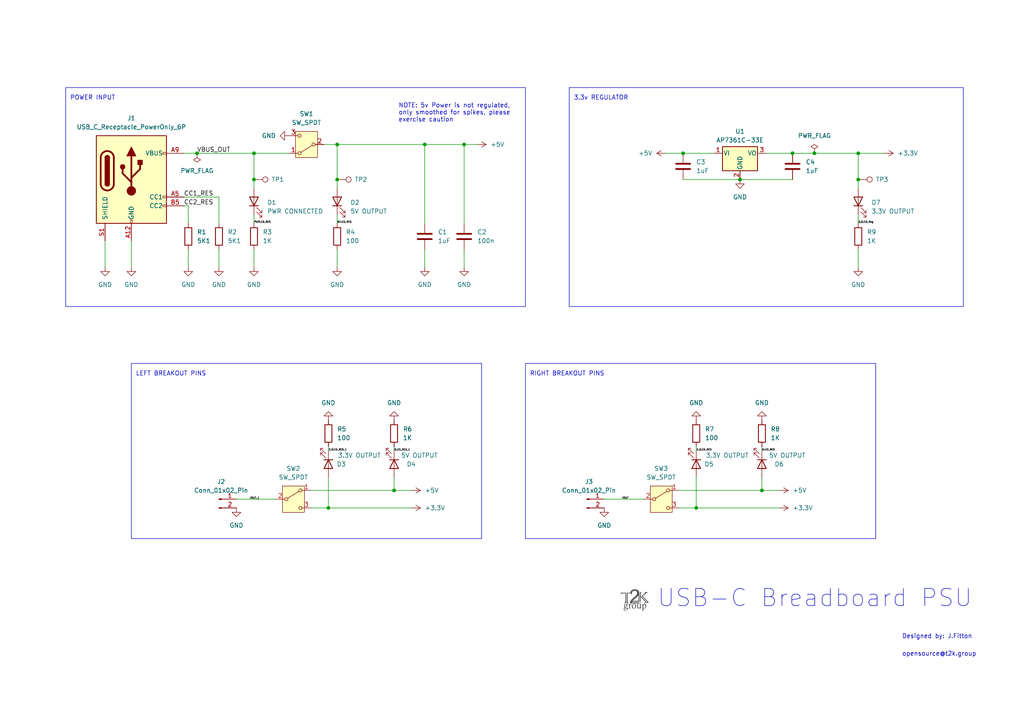
<source format=kicad_sch>
(kicad_sch (version 20230121) (generator eeschema)
  (paper "A4")
  (title_block (title "5/3.3V USB C Power Board") (date "2024-03-08") (rev "0.01") (company "T2K Group"))
  (lib_symbols
    (symbol "Connector:Conn_01x02_Pin" (pin_names (offset 1.016) hide)
      (property "Reference" "J" (at 0 2.54 0))
      (property "Value" "Conn_01x02_Pin" (at 0 -5.08 0))
      (symbol "Conn_01x02_Pin_1_1"
        (polyline (pts (xy 1.27 -2.54) (xy 0.8636 -2.54)) (stroke (width 0.1524)))
        (polyline (pts (xy 1.27 0) (xy 0.8636 0)) (stroke (width 0.1524)))
        (rectangle (start 0.8636 -2.413) (end 0 -2.667) (stroke (width 0.1524)) (fill (type outline)))
        (rectangle (start 0.8636 0.127) (end 0 -0.127) (stroke (width 0.1524)) (fill (type outline)))
        (pin passive line (at 5.08 0 180) (length 3.81) (name "Pin_1") (number "1"))
        (pin passive line (at 5.08 -2.54 180) (length 3.81) (name "Pin_2") (number "2"))
      )
    )
    (symbol "Connector:TestPoint" (pin_numbers hide) (pin_names (offset 0.762) hide)
      (property "Reference" "TP" (at 0 6.858 0))
      (property "Value" "TestPoint" (at 0 5.08 0))
      (symbol "TestPoint_0_1"
        (circle (center 0 3.302) (radius 0.762))
      )
      (symbol "TestPoint_1_1"
        (pin passive line (at 0 0 90) (length 2.54) (name "1") (number "1"))
      )
    )
    (symbol "Connector:USB_C_Receptacle_PowerOnly_6P" (pin_names (offset 1.016))
      (property "Reference" "J" (at 0 16.51 0))
      (property "Value" "USB_C_Receptacle_PowerOnly_6P" (at 0 13.97 0))
      (symbol "USB_C_Receptacle_PowerOnly_6P_0_0"
        (rectangle (start -0.254 -12.7) (end 0.254 -11.684))
        (rectangle (start 10.16 -7.366) (end 9.144 -7.874))
        (rectangle (start 10.16 -4.826) (end 9.144 -5.334))
        (rectangle (start 10.16 7.874) (end 9.144 7.366))
      )
      (symbol "USB_C_Receptacle_PowerOnly_6P_0_1"
        (rectangle (start -10.16 12.7) (end 10.16 -12.7) (stroke (width 0.254)) (fill (type background)))
        (arc (start -8.89 -1.27) (mid -6.985 -3.1667) (end -5.08 -1.27) (stroke (width 0.508)))
        (arc (start -7.62 -1.27) (mid -6.985 -1.9023) (end -6.35 -1.27) (stroke (width 0.254)))
        (arc (start -7.62 -1.27) (mid -6.985 -1.9023) (end -6.35 -1.27) (stroke (width 0.254)) (fill (type outline)))
        (rectangle (start -7.62 -1.27) (end -6.35 6.35) (stroke (width 0.254)) (fill (type outline)))
        (arc (start -6.35 6.35) (mid -6.985 6.9823) (end -7.62 6.35) (stroke (width 0.254)))
        (arc (start -6.35 6.35) (mid -6.985 6.9823) (end -7.62 6.35) (stroke (width 0.254)) (fill (type outline)))
        (arc (start -5.08 6.35) (mid -6.985 8.2467) (end -8.89 6.35) (stroke (width 0.508)))
        (circle (center -2.54 3.683) (radius 0.635) (stroke (width 0.254)) (fill (type outline)))
        (circle (center 0 -3.302) (radius 1.27) (fill (type outline)))
        (polyline (pts (xy -8.89 -1.27) (xy -8.89 6.35)) (stroke (width 0.508)))
        (polyline (pts (xy -5.08 6.35) (xy -5.08 -1.27)) (stroke (width 0.508)))
        (polyline (pts (xy 0 -3.302) (xy 0 6.858)) (stroke (width 0.508)))
        (polyline (pts (xy 0 -0.762) (xy -2.54 1.778) (xy -2.54 3.048)) (stroke (width 0.508)))
        (polyline (pts (xy 0 0.508) (xy 2.54 3.048) (xy 2.54 4.318)) (stroke (width 0.508)))
        (polyline (pts (xy -1.27 6.858) (xy 0 9.398) (xy 1.27 6.858) (xy -1.27 6.858)) (stroke (width 0.254)) (fill (type outline)))
        (rectangle (start 1.905 4.318) (end 3.175 5.588) (stroke (width 0.254)) (fill (type outline)))
      )
      (symbol "USB_C_Receptacle_PowerOnly_6P_1_1"
        (pin passive line (at 0 -17.78 90) (length 5.08) (name "GND") (number "A12"))
        (pin bidirectional line (at 15.24 -5.08 180) (length 5.08) (name "CC1") (number "A5"))
        (pin passive line (at 15.24 7.62 180) (length 5.08) (name "VBUS") (number "A9"))
        (pin passive line (at 0 -17.78 90) (length 5.08) hide (name "GND") (number "B12"))
        (pin bidirectional line (at 15.24 -7.62 180) (length 5.08) (name "CC2") (number "B5"))
        (pin passive line (at 15.24 7.62 180) (length 5.08) hide (name "VBUS") (number "B9"))
        (pin passive line (at -7.62 -17.78 90) (length 5.08) (name "SHIELD") (number "S1"))
      )
    )
    (symbol "Device:C" (pin_numbers hide) (pin_names (offset 0.254))
      (property "Reference" "C" (at 0.635 2.54 0))
      (property "Value" "C" (at 0.635 -2.54 0))
      (symbol "C_0_1"
        (polyline (pts (xy -2.032 -0.762) (xy 2.032 -0.762)) (stroke (width 0.508)))
        (polyline (pts (xy -2.032 0.762) (xy 2.032 0.762)) (stroke (width 0.508)))
      )
      (symbol "C_1_1"
        (pin passive line (at 0 3.81 270) (length 2.794) (name "~") (number "1"))
        (pin passive line (at 0 -3.81 90) (length 2.794) (name "~") (number "2"))
      )
    )
    (symbol "Device:LED" (pin_numbers hide) (pin_names (offset 1.016) hide)
      (property "Reference" "D" (at 0 2.54 0))
      (property "Value" "LED" (at 0 -2.54 0))
      (symbol "LED_0_1"
        (polyline (pts (xy -1.27 -1.27) (xy -1.27 1.27)) (stroke (width 0.254)))
        (polyline (pts (xy -1.27 0) (xy 1.27 0)))
        (polyline (pts (xy 1.27 -1.27) (xy 1.27 1.27) (xy -1.27 0) (xy 1.27 -1.27)) (stroke (width 0.254)))
        (polyline (pts (xy -3.048 -0.762) (xy -4.572 -2.286) (xy -3.81 -2.286) (xy -4.572 -2.286) (xy -4.572 -1.524)))
        (polyline (pts (xy -1.778 -0.762) (xy -3.302 -2.286) (xy -2.54 -2.286) (xy -3.302 -2.286) (xy -3.302 -1.524)))
      )
      (symbol "LED_1_1"
        (pin passive line (at -3.81 0 0) (length 2.54) (name "K") (number "1"))
        (pin passive line (at 3.81 0 180) (length 2.54) (name "A") (number "2"))
      )
    )
    (symbol "Device:R" (pin_numbers hide) (pin_names (offset 0))
      (property "Reference" "R" (at 2.032 0 90))
      (property "Value" "R" (at 0 0 90))
      (symbol "R_0_1"
        (rectangle (start -1.016 -2.54) (end 1.016 2.54) (stroke (width 0.254)))
      )
      (symbol "R_1_1"
        (pin passive line (at 0 3.81 270) (length 1.27) (name "~") (number "1"))
        (pin passive line (at 0 -3.81 90) (length 1.27) (name "~") (number "2"))
      )
    )
    (symbol "Regulator_Linear:AP7361C-33E" (pin_names (offset 0.254))
      (property "Reference" "U" (at -3.81 3.175 0))
      (property "Value" "AP7361C-33E" (at 0 3.175 0))
      (symbol "AP7361C-33E_0_1"
        (rectangle (start -5.08 -5.08) (end 5.08 1.905) (stroke (width 0.254)) (fill (type background)))
      )
      (symbol "AP7361C-33E_1_1"
        (pin power_in line (at -7.62 0 0) (length 2.54) (name "VI") (number "1"))
        (pin power_in line (at 0 -7.62 90) (length 2.54) (name "GND") (number "2"))
        (pin power_out line (at 7.62 0 180) (length 2.54) (name "VO") (number "3"))
      )
    )
    (symbol "Switch:SW_SPDT" (pin_names (offset 0) hide)
      (property "Reference" "SW" (at 0 5.08 0))
      (property "Value" "SW_SPDT" (at 0 -5.08 0))
      (symbol "SW_SPDT_0_1"
        (circle (center -2.032 0) (radius 0.4572))
        (polyline (pts (xy -1.651 0.254) (xy 1.651 2.286)))
        (circle (center 2.032 -2.54) (radius 0.4572))
        (circle (center 2.032 2.54) (radius 0.4572))
      )
      (symbol "SW_SPDT_1_1"
        (rectangle (start -3.175 3.81) (end 3.175 -3.81) (fill (type background)))
        (pin passive line (at 5.08 2.54 180) (length 2.54) (name "A") (number "1"))
        (pin passive line (at -5.08 0 0) (length 2.54) (name "B") (number "2"))
        (pin passive line (at 5.08 -2.54 180) (length 2.54) (name "C") (number "3"))
      )
    )
    (symbol "power:+3.3V" (power) (pin_names (offset 0))
      (property "Value" "+3.3V" (at 0 3.556 0))
      (symbol "+3.3V_0_1"
        (polyline (pts (xy -0.762 1.27) (xy 0 2.54)))
        (polyline (pts (xy 0 0) (xy 0 2.54)))
        (polyline (pts (xy 0 2.54) (xy 0.762 1.27)))
      )
      (symbol "+3.3V_1_1"
        (pin power_in line (at 0 0 90) (length 0) hide (name "+3.3V") (number "1"))
      )
    )
    (symbol "power:+5V" (power) (pin_names (offset 0))
      (property "Value" "+5V" (at 0 3.556 0))
      (symbol "+5V_0_1"
        (polyline (pts (xy -0.762 1.27) (xy 0 2.54)))
        (polyline (pts (xy 0 0) (xy 0 2.54)))
        (polyline (pts (xy 0 2.54) (xy 0.762 1.27)))
      )
      (symbol "+5V_1_1"
        (pin power_in line (at 0 0 90) (length 0) hide (name "+5V") (number "1"))
      )
    )
    (symbol "power:GND" (power) (pin_names (offset 0))
      (property "Value" "GND" (at 0 -3.81 0))
      (symbol "GND_0_1"
        (polyline (pts (xy 0 0) (xy 0 -1.27) (xy 1.27 -1.27) (xy 0 -2.54) (xy -1.27 -1.27) (xy 0 -1.27)))
      )
      (symbol "GND_1_1"
        (pin power_in line (at 0 0 270) (length 0) hide (name "GND") (number "1"))
      )
    )
    (symbol "power:PWR_FLAG" (power) (pin_numbers hide) (pin_names (offset 0) hide)
      (property "Value" "PWR_FLAG" (at 0 3.81 0))
      (symbol "PWR_FLAG_0_0"
        (pin power_out line (at 0 0 90) (length 0) (name "pwr") (number "1"))
      )
      (symbol "PWR_FLAG_0_1"
        (polyline (pts (xy 0 0) (xy 0 1.27) (xy -1.016 1.905) (xy 0 2.54) (xy 1.016 1.905) (xy 0 1.27)))
      )
    )
  )
  (junction (at 248.92 44.45))
  (junction (at 97.79 52.07))
  (junction (at 198.12 44.45))
  (junction (at 214.63 52.07))
  (junction (at 73.66 44.45))
  (junction (at 134.62 41.91))
  (junction (at 229.87 44.45))
  (junction (at 95.25 147.32))
  (junction (at 248.92 52.07))
  (junction (at 73.66 52.07))
  (junction (at 123.19 41.91))
  (junction (at 201.93 147.32))
  (junction (at 97.79 41.91))
  (junction (at 57.15 44.45))
  (junction (at 114.3 142.24))
  (junction (at 220.98 142.24))
  (junction (at 236.22 44.45))
  (wire (pts (xy 93.98 41.91) (xy 97.79 41.91)))
  (wire (pts (xy 198.12 44.45) (xy 207.01 44.45)))
  (wire (pts (xy 57.15 44.45) (xy 73.66 44.45)))
  (wire (pts (xy 30.48 77.47) (xy 30.48 69.85)))
  (wire (pts (xy 95.25 138.43) (xy 95.25 147.32)))
  (wire (pts (xy 201.93 138.43) (xy 201.93 147.32)))
  (wire (pts (xy 201.93 130.81) (xy 201.93 129.54)))
  (wire (pts (xy 248.92 54.61) (xy 248.92 52.07)))
  (wire (pts (xy 114.3 130.81) (xy 114.3 129.54)))
  (wire (pts (xy 236.22 44.45) (xy 248.92 44.45)))
  (wire (pts (xy 95.25 147.32) (xy 119.38 147.32)))
  (wire (pts (xy 97.79 41.91) (xy 97.79 52.07)))
  (wire (pts (xy 38.1 77.47) (xy 38.1 69.85)))
  (wire (pts (xy 201.93 147.32) (xy 226.06 147.32)))
  (wire (pts (xy 95.25 130.81) (xy 95.25 129.54)))
  (wire (pts (xy 123.19 72.39) (xy 123.19 77.47)))
  (wire (pts (xy 134.62 41.91) (xy 138.43 41.91)))
  (wire (pts (xy 193.04 44.45) (xy 198.12 44.45)))
  (wire (pts (xy 229.87 44.45) (xy 236.22 44.45)))
  (wire (pts (xy 134.62 41.91) (xy 134.62 64.77)))
  (wire (pts (xy 134.62 72.39) (xy 134.62 77.47)))
  (wire (pts (xy 196.85 147.32) (xy 201.93 147.32)))
  (wire (pts (xy 54.61 64.77) (xy 54.61 59.69)))
  (wire (pts (xy 175.26 144.78) (xy 186.69 144.78)))
  (wire (pts (xy 73.66 44.45) (xy 73.66 52.07)))
  (wire (pts (xy 248.92 44.45) (xy 256.54 44.45)))
  (wire (pts (xy 97.79 54.61) (xy 97.79 52.07)))
  (wire (pts (xy 248.92 44.45) (xy 248.92 52.07)))
  (wire (pts (xy 54.61 59.69) (xy 53.34 59.69)))
  (wire (pts (xy 54.61 72.39) (xy 54.61 77.47)))
  (wire (pts (xy 97.79 41.91) (xy 123.19 41.91)))
  (wire (pts (xy 220.98 142.24) (xy 226.06 142.24)))
  (wire (pts (xy 73.66 72.39) (xy 73.66 77.47)))
  (wire (pts (xy 73.66 52.07) (xy 73.66 54.61)))
  (wire (pts (xy 248.92 72.39) (xy 248.92 77.47)))
  (wire (pts (xy 63.5 72.39) (xy 63.5 77.47)))
  (wire (pts (xy 73.66 44.45) (xy 83.82 44.45)))
  (wire (pts (xy 57.15 44.45) (xy 53.34 44.45)))
  (wire (pts (xy 97.79 72.39) (xy 97.79 77.47)))
  (wire (pts (xy 73.66 62.23) (xy 73.66 64.77)))
  (wire (pts (xy 123.19 41.91) (xy 134.62 41.91)))
  (wire (pts (xy 68.58 144.78) (xy 80.01 144.78)))
  (wire (pts (xy 114.3 138.43) (xy 114.3 142.24)))
  (wire (pts (xy 222.25 44.45) (xy 229.87 44.45)))
  (wire (pts (xy 90.17 147.32) (xy 95.25 147.32)))
  (wire (pts (xy 248.92 62.23) (xy 248.92 64.77)))
  (wire (pts (xy 123.19 41.91) (xy 123.19 64.77)))
  (wire (pts (xy 90.17 142.24) (xy 114.3 142.24)))
  (wire (pts (xy 114.3 142.24) (xy 119.38 142.24)))
  (wire (pts (xy 198.12 52.07) (xy 214.63 52.07)))
  (wire (pts (xy 214.63 52.07) (xy 229.87 52.07)))
  (wire (pts (xy 220.98 138.43) (xy 220.98 142.24)))
  (wire (pts (xy 220.98 130.81) (xy 220.98 129.54)))
  (wire (pts (xy 53.34 57.15) (xy 63.5 57.15)))
  (wire (pts (xy 196.85 142.24) (xy 220.98 142.24)))
  (wire (pts (xy 97.79 62.23) (xy 97.79 64.77)))
  (wire (pts (xy 63.5 57.15) (xy 63.5 64.77)))
  (rectangle (start 19.05 25.4) (end 152.4 88.9))
  (rectangle (start 38.1 105.41) (end 139.7 156.21))
  (rectangle (start 165.1 25.4) (end 279.4 88.9))
  (rectangle (start 152.4 105.41) (end 254 156.21))
  (image (at 184.15 173.99))
  (text "USB-C Breadboard PSU" (at 190.5 176.53 0) (effects (font (size 5 5)) (justify left bottom)))
  (text "POWER INPUT" (at 20.32 29.21 0) (effects (font (size 1.27 1.27)) (justify left bottom)))
  (text "RIGHT BREAKOUT PINS" (at 153.67 109.22 0) (effects (font (size 1.27 1.27)) (justify left bottom)))
  (text "LEFT BREAKOUT PINS" (at 39.37 109.22 0) (effects (font (size 1.27 1.27)) (justify left bottom)))
  (text "Designed by: J.Fitton" (at 261.62 185.42 0) (effects (font (size 1.27 1.27)) (justify left bottom)))
  (text "NOTE: 5v Power is not regulated,\nonly smoothed for spikes, please\nexercise caution" (at 115.57 35.56 0) (effects (font (size 1.27 1.27)) (justify left bottom)))
  (text "opensource@t2k.group" (at 261.62 190.5 0) (effects (font (size 1.27 1.27)) (justify left bottom)))
  (text "3.3v REGULATOR\n" (at 166.37 29.21 0) (effects (font (size 1.27 1.27)) (justify left bottom)))
  (label "VBUS_OUT" (at 57.15 44.45 0))
  (label "CC1_RES" (at 53.34 57.15 0))
  (label "5LED_RES_1" (at 114.3 130.81 0) (effects (font (size 0.5 0.5))))
  (label "CC2_RES" (at 53.34 59.69 0))
  (label "VOUT" (at 180.34 144.78 0) (effects (font (size 0.5 0.5))))
  (label "3.3LED_Reg" (at 248.92 64.77 0) (effects (font (size 0.5 0.5))))
  (label "5LED_RES" (at 220.98 130.81 0) (effects (font (size 0.5 0.5))))
  (label "3.3LED_RES" (at 201.93 130.81 0) (effects (font (size 0.5 0.5))))
  (label "PWRLED_RES" (at 73.66 64.77 0) (effects (font (size 0.5 0.5))))
  (label "VOUT_1" (at 72.39 144.78 0) (effects (font (size 0.5 0.5))))
  (label "5VLED_RES" (at 97.79 64.77 0) (effects (font (size 0.5 0.5))))
  (label "3.3LED_RES_1" (at 95.25 130.81 0) (effects (font (size 0.5 0.5))))
  (symbol (lib_id "power:GND") (at 83.82 39.37 270) (unit 1)
    (property "Reference" "#PWR024" (effects hide))
    (property "Value" "GND" (at 80.01 39.37 90) (effects (justify right)))
  )
  (symbol (lib_id "Device:R") (at 201.93 125.73 180) (unit 1)
    (property "Reference" "R7" (at 204.47 124.46 0) (effects (justify right)))
    (property "Value" "100" (at 204.47 127 0) (effects (justify right)))
    (property "Footprint" "Resistor_SMD:R_0805_2012Metric_Pad1.20x1.40mm_HandSolder" (effects hide))
  )
  (symbol (lib_id "power:GND") (at 68.58 147.32 0) (unit 1)
    (property "Reference" "#PWR014" (effects hide))
    (property "Value" "GND" (at 68.58 152.4 0))
  )
  (symbol (lib_id "Device:C") (at 134.62 68.58 0) (unit 1)
    (property "Reference" "C2" (at 138.43 67.31 0) (effects (justify left)))
    (property "Value" "100n" (at 138.43 69.85 0) (effects (justify left)))
    (property "Footprint" "Capacitor_SMD:C_0805_2012Metric_Pad1.18x1.45mm_HandSolder" (effects hide))
  )
  (symbol (lib_id "Device:R") (at 63.5 68.58 0) (unit 1)
    (property "Reference" "R2" (at 66.04 67.31 0) (effects (justify left)))
    (property "Value" "5K1" (at 66.04 69.85 0) (effects (justify left)))
    (property "Footprint" "Resistor_SMD:R_0805_2012Metric_Pad1.20x1.40mm_HandSolder" (effects hide))
  )
  (symbol (lib_id "Device:LED") (at 201.93 134.62 270) (unit 1)
    (property "Reference" "D5" (at 207.01 134.62 90) (effects (justify right)))
    (property "Value" "3.3V OUTPUT" (at 217.17 132.08 90) (effects (justify right)))
    (property "Footprint" "LED_SMD:LED_0805_2012Metric_Pad1.15x1.40mm_HandSolder" (effects hide))
  )
  (symbol (lib_id "Device:LED") (at 220.98 134.62 270) (unit 1)
    (property "Reference" "D6" (at 227.33 134.62 90) (effects (justify right)))
    (property "Value" "5V OUTPUT" (at 233.68 132.08 90) (effects (justify right)))
    (property "Footprint" "LED_SMD:LED_0805_2012Metric_Pad1.15x1.40mm_HandSolder" (effects hide))
  )
  (symbol (lib_id "power:+3.3V") (at 256.54 44.45 270) (unit 1)
    (property "Reference" "#PWR012" (effects hide))
    (property "Value" "+3.3V" (at 260.35 44.45 90) (effects (justify left)))
  )
  (symbol (lib_id "Connector:USB_C_Receptacle_PowerOnly_6P") (at 38.1 52.07 0) (unit 1)
    (property "Reference" "J1" (at 38.1 34.29 0))
    (property "Value" "USB_C_Receptacle_PowerOnly_6P" (at 38.1 36.83 0))
    (property "Footprint" "Connector_USB:USB_C_Receptacle_GCT_USB4135-GF-A_6P_TopMnt_Horizontal" (effects hide))
    (property "Datasheet" "https://www.usb.org/sites/default/files/documents/usb_type-c.zip" (effects hide))
  )
  (symbol (lib_id "Device:R") (at 54.61 68.58 0) (unit 1)
    (property "Reference" "R1" (at 57.15 67.31 0) (effects (justify left)))
    (property "Value" "5K1" (at 57.15 69.85 0) (effects (justify left)))
    (property "Footprint" "Resistor_SMD:R_0805_2012Metric_Pad1.20x1.40mm_HandSolder" (effects hide))
  )
  (symbol (lib_id "Device:C") (at 123.19 68.58 0) (unit 1)
    (property "Reference" "C1" (at 127 67.31 0) (effects (justify left)))
    (property "Value" "1uF" (at 127 69.85 0) (effects (justify left)))
    (property "Footprint" "Capacitor_SMD:C_0805_2012Metric_Pad1.18x1.45mm_HandSolder" (effects hide))
  )
  (symbol (lib_id "power:GND") (at 201.93 121.92 180) (unit 1)
    (property "Reference" "#PWR020" (effects hide))
    (property "Value" "GND" (at 201.93 116.84 0))
  )
  (symbol (lib_id "power:PWR_FLAG") (at 236.22 44.45 0) (unit 1)
    (property "Reference" "#FLG02" (effects hide))
    (property "Value" "PWR_FLAG" (at 236.22 39.37 0))
  )
  (symbol (lib_id "power:+3.3V") (at 119.38 147.32 270) (unit 1)
    (property "Reference" "#PWR017" (effects hide))
    (property "Value" "+3.3V" (at 123.19 147.32 90) (effects (justify left)))
  )
  (symbol (lib_id "power:GND") (at 73.66 77.47 0) (unit 1)
    (property "Reference" "#PWR09" (effects hide))
    (property "Value" "GND" (at 73.66 82.55 0))
  )
  (symbol (lib_id "Device:C") (at 198.12 48.26 0) (unit 1)
    (property "Reference" "C3" (at 201.93 46.99 0) (effects (justify left)))
    (property "Value" "1uF" (at 201.93 49.53 0) (effects (justify left)))
    (property "Footprint" "Capacitor_SMD:C_0805_2012Metric_Pad1.18x1.45mm_HandSolder" (effects hide))
  )
  (symbol (lib_id "power:GND") (at 95.25 121.92 180) (unit 1)
    (property "Reference" "#PWR018" (effects hide))
    (property "Value" "GND" (at 95.25 116.84 0))
  )
  (symbol (lib_id "Switch:SW_SPDT") (at 85.09 144.78 0) (unit 1)
    (property "Reference" "SW2" (at 85.09 135.89 0))
    (property "Value" "SW_SPDT" (at 85.09 138.43 0))
    (property "Footprint" "Button_Switch_SMD:SW_SPDT_PCM12" (effects hide))
  )
  (symbol (lib_id "Connector:TestPoint") (at 97.79 52.07 270) (unit 1)
    (property "Reference" "TP2" (at 102.87 52.07 90) (effects (justify left)))
    (property "Value" "TestPoint" (effects hide))
    (property "Footprint" "TestPoint:TestPoint_Pad_D1.0mm" (effects hide))
  )
  (symbol (lib_id "Connector:Conn_01x02_Pin") (at 170.18 144.78 0) (unit 1)
    (property "Reference" "J3" (at 170.815 139.7 0))
    (property "Value" "Conn_01x02_Pin" (at 170.815 142.24 0))
    (property "Footprint" "Connector_PinHeader_2.54mm:PinHeader_1x02_P2.54mm_Vertical" (effects hide))
  )
  (symbol (lib_id "power:GND") (at 114.3 121.92 180) (unit 1)
    (property "Reference" "#PWR015" (effects hide))
    (property "Value" "GND" (at 114.3 116.84 0))
  )
  (symbol (lib_id "Device:R") (at 220.98 125.73 180) (unit 1)
    (property "Reference" "R8" (at 223.52 124.46 0) (effects (justify right)))
    (property "Value" "1K" (at 223.52 127 0) (effects (justify right)))
    (property "Footprint" "Resistor_SMD:R_0805_2012Metric_Pad1.20x1.40mm_HandSolder" (effects hide))
  )
  (symbol (lib_id "Device:R") (at 248.92 68.58 0) (unit 1)
    (property "Reference" "R9" (at 251.46 67.31 0) (effects (justify left)))
    (property "Value" "1K" (at 251.46 69.85 0) (effects (justify left)))
    (property "Footprint" "Resistor_SMD:R_0805_2012Metric_Pad1.20x1.40mm_HandSolder" (effects hide))
  )
  (symbol (lib_id "power:GND") (at 63.5 77.47 0) (unit 1)
    (property "Reference" "#PWR04" (effects hide))
    (property "Value" "GND" (at 63.5 82.55 0))
  )
  (symbol (lib_id "Device:R") (at 95.25 125.73 180) (unit 1)
    (property "Reference" "R5" (at 97.79 124.46 0) (effects (justify right)))
    (property "Value" "100" (at 97.79 127 0) (effects (justify right)))
    (property "Footprint" "Resistor_SMD:R_0805_2012Metric_Pad1.20x1.40mm_HandSolder" (effects hide))
  )
  (symbol (lib_id "Switch:SW_SPDT") (at 88.9 41.91 180) (unit 1)
    (property "Reference" "SW1" (at 88.9 33.02 0))
    (property "Value" "SW_SPDT" (at 88.9 35.56 0))
    (property "Footprint" "Button_Switch_SMD:SW_SPDT_PCM12" (effects hide))
  )
  (symbol (lib_id "power:GND") (at 214.63 52.07 0) (unit 1)
    (property "Reference" "#PWR010" (effects hide))
    (property "Value" "GND" (at 214.63 57.15 0))
  )
  (symbol (lib_id "Connector:TestPoint") (at 73.66 52.07 270) (unit 1)
    (property "Reference" "TP1" (at 78.74 52.07 90) (effects (justify left)))
    (property "Value" "TestPoint" (effects hide))
    (property "Footprint" "TestPoint:TestPoint_Pad_D1.0mm" (effects hide))
  )
  (symbol (lib_id "Connector:Conn_01x02_Pin") (at 63.5 144.78 0) (unit 1)
    (property "Reference" "J2" (at 64.135 139.7 0))
    (property "Value" "Conn_01x02_Pin" (at 64.135 142.24 0))
    (property "Footprint" "Connector_PinHeader_2.54mm:PinHeader_1x02_P2.54mm_Vertical" (effects hide))
  )
  (symbol (lib_id "Device:LED") (at 248.92 58.42 90) (unit 1)
    (property "Reference" "D7" (at 252.73 58.7375 90) (effects (justify right)))
    (property "Value" "3.3V OUTPUT" (at 252.73 61.2775 90) (effects (justify right)))
    (property "Footprint" "LED_SMD:LED_0805_2012Metric_Pad1.15x1.40mm_HandSolder" (effects hide))
  )
  (symbol (lib_id "power:GND") (at 134.62 77.47 0) (unit 1)
    (property "Reference" "#PWR07" (effects hide))
    (property "Value" "GND" (at 134.62 82.55 0))
  )
  (symbol (lib_id "power:GND") (at 97.79 77.47 0) (unit 1)
    (property "Reference" "#PWR08" (effects hide))
    (property "Value" "GND" (at 97.79 82.55 0))
  )
  (symbol (lib_id "Device:LED") (at 114.3 134.62 270) (unit 1)
    (property "Reference" "D4" (at 120.65 134.62 90) (effects (justify right)))
    (property "Value" "5V OUTPUT" (at 127 132.08 90) (effects (justify right)))
    (property "Footprint" "LED_SMD:LED_0805_2012Metric_Pad1.15x1.40mm_HandSolder" (effects hide))
  )
  (symbol (lib_id "Connector:TestPoint") (at 248.92 52.07 270) (unit 1)
    (property "Reference" "TP3" (at 254 52.07 90) (effects (justify left)))
    (property "Value" "TestPoint" (effects hide))
    (property "Footprint" "TestPoint:TestPoint_Pad_D1.0mm" (effects hide))
  )
  (symbol (lib_id "power:GND") (at 30.48 77.47 0) (unit 1)
    (property "Reference" "#PWR01" (effects hide))
    (property "Value" "GND" (at 30.48 82.55 0))
  )
  (symbol (lib_id "power:+5V") (at 119.38 142.24 270) (unit 1)
    (property "Reference" "#PWR016" (effects hide))
    (property "Value" "+5V" (at 123.19 142.24 90) (effects (justify left)))
  )
  (symbol (lib_id "power:+5V") (at 226.06 142.24 270) (unit 1)
    (property "Reference" "#PWR022" (effects hide))
    (property "Value" "+5V" (at 229.87 142.24 90) (effects (justify left)))
  )
  (symbol (lib_id "Device:LED") (at 95.25 134.62 270) (unit 1)
    (property "Reference" "D3" (at 100.33 134.62 90) (effects (justify right)))
    (property "Value" "3.3V OUTPUT" (at 110.49 132.08 90) (effects (justify right)))
    (property "Footprint" "LED_SMD:LED_0805_2012Metric_Pad1.15x1.40mm_HandSolder" (effects hide))
  )
  (symbol (lib_id "power:GND") (at 220.98 121.92 180) (unit 1)
    (property "Reference" "#PWR021" (effects hide))
    (property "Value" "GND" (at 220.98 116.84 0))
  )
  (symbol (lib_id "Switch:SW_SPDT") (at 191.77 144.78 0) (unit 1)
    (property "Reference" "SW3" (at 191.77 135.89 0))
    (property "Value" "SW_SPDT" (at 191.77 138.43 0))
    (property "Footprint" "Button_Switch_SMD:SW_SPDT_PCM12" (effects hide))
  )
  (symbol (lib_id "power:+5V") (at 193.04 44.45 90) (unit 1)
    (property "Reference" "#PWR011" (effects hide))
    (property "Value" "+5V" (at 189.23 44.45 90) (effects (justify left)))
  )
  (symbol (lib_id "Regulator_Linear:AP7361C-33E") (at 214.63 44.45 0) (unit 1)
    (property "Reference" "U1" (at 214.63 38.1 0))
    (property "Value" "AP7361C-33E" (at 214.63 40.64 0))
    (property "Footprint" "Package_TO_SOT_SMD:SOT-223-3_TabPin2" (effects hide))
    (property "Datasheet" "https://www.diodes.com/assets/Datasheets/AP7361C.pdf" (effects hide))
  )
  (symbol (lib_id "Device:LED") (at 97.79 58.42 90) (unit 1)
    (property "Reference" "D2" (at 101.6 58.7375 90) (effects (justify right)))
    (property "Value" "5V OUTPUT" (at 101.6 61.2775 90) (effects (justify right)))
    (property "Footprint" "LED_SMD:LED_0805_2012Metric_Pad1.15x1.40mm_HandSolder" (effects hide))
  )
  (symbol (lib_id "power:GND") (at 54.61 77.47 0) (unit 1)
    (property "Reference" "#PWR05" (effects hide))
    (property "Value" "GND" (at 54.61 82.55 0))
  )
  (symbol (lib_id "Device:R") (at 73.66 68.58 0) (unit 1)
    (property "Reference" "R3" (at 76.2 67.31 0) (effects (justify left)))
    (property "Value" "1K" (at 76.2 69.85 0) (effects (justify left)))
    (property "Footprint" "Resistor_SMD:R_0805_2012Metric_Pad1.20x1.40mm_HandSolder" (effects hide))
  )
  (symbol (lib_id "Device:R") (at 114.3 125.73 180) (unit 1)
    (property "Reference" "R6" (at 116.84 124.46 0) (effects (justify right)))
    (property "Value" "1K" (at 116.84 127 0) (effects (justify right)))
    (property "Footprint" "Resistor_SMD:R_0805_2012Metric_Pad1.20x1.40mm_HandSolder" (effects hide))
  )
  (symbol (lib_id "power:GND") (at 248.92 77.47 0) (unit 1)
    (property "Reference" "#PWR013" (effects hide))
    (property "Value" "GND" (at 248.92 82.55 0))
  )
  (symbol (lib_id "Device:C") (at 229.87 48.26 0) (unit 1)
    (property "Reference" "C4" (at 233.68 46.99 0) (effects (justify left)))
    (property "Value" "1uF" (at 233.68 49.53 0) (effects (justify left)))
    (property "Footprint" "Capacitor_SMD:C_0805_2012Metric_Pad1.18x1.45mm_HandSolder" (effects hide))
  )
  (symbol (lib_id "power:PWR_FLAG") (at 57.15 44.45 180) (unit 1)
    (property "Reference" "#FLG01" (effects hide))
    (property "Value" "PWR_FLAG" (at 57.15 49.53 0))
  )
  (symbol (lib_id "power:+5V") (at 138.43 41.91 270) (unit 1)
    (property "Reference" "#PWR03" (effects hide))
    (property "Value" "+5V" (at 142.24 41.91 90) (effects (justify left)))
  )
  (symbol (lib_id "power:GND") (at 123.19 77.47 0) (unit 1)
    (property "Reference" "#PWR06" (effects hide))
    (property "Value" "GND" (at 123.19 82.55 0))
  )
  (symbol (lib_id "Device:LED") (at 73.66 58.42 90) (unit 1)
    (property "Reference" "D1" (at 77.47 58.7375 90) (effects (justify right)))
    (property "Value" "PWR CONNECTED" (at 77.47 61.2775 90) (effects (justify right)))
    (property "Footprint" "LED_SMD:LED_0805_2012Metric_Pad1.15x1.40mm_HandSolder" (effects hide))
  )
  (symbol (lib_id "power:GND") (at 175.26 147.32 0) (unit 1)
    (property "Reference" "#PWR019" (effects hide))
    (property "Value" "GND" (at 175.26 152.4 0))
  )
  (symbol (lib_id "power:+3.3V") (at 226.06 147.32 270) (unit 1)
    (property "Reference" "#PWR023" (effects hide))
    (property "Value" "+3.3V" (at 229.87 147.32 90) (effects (justify left)))
  )
  (symbol (lib_id "Device:R") (at 97.79 68.58 0) (unit 1)
    (property "Reference" "R4" (at 100.33 67.31 0) (effects (justify left)))
    (property "Value" "100" (at 100.33 69.85 0) (effects (justify left)))
    (property "Footprint" "Resistor_SMD:R_0805_2012Metric_Pad1.20x1.40mm_HandSolder" (effects hide))
  )
  (symbol (lib_id "power:GND") (at 38.1 77.47 0) (unit 1)
    (property "Reference" "#PWR02" (effects hide))
    (property "Value" "GND" (at 38.1 82.55 0))
  )
)
</source>
